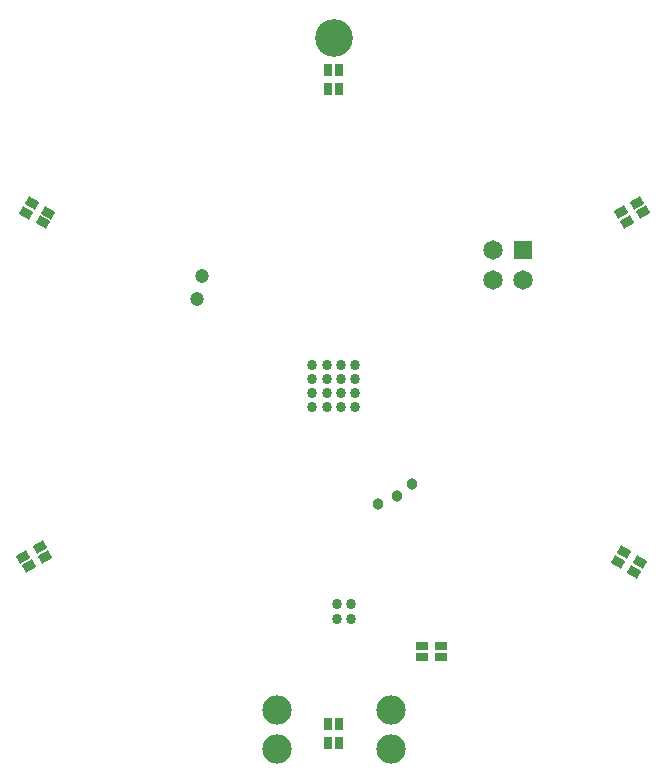
<source format=gbs>
G04*
G04 #@! TF.GenerationSoftware,Altium Limited,CircuitMaker,2.3.0 (2.3.0.3)*
G04*
G04 Layer_Color=8150272*
%FSLAX25Y25*%
%MOIN*%
G70*
G04*
G04 #@! TF.SameCoordinates,DFAF08F0-1B05-4ABB-8EC1-2A918C0C2617*
G04*
G04*
G04 #@! TF.FilePolarity,Negative*
G04*
G01*
G75*
%ADD79C,0.04737*%
%ADD80C,0.09800*%
%ADD81R,0.06496X0.06496*%
%ADD82C,0.06496*%
%ADD83C,0.12611*%
%ADD84C,0.03398*%
%ADD100R,0.03937X0.02953*%
%ADD101R,0.02953X0.03937*%
G04:AMPARAMS|DCode=102|XSize=29.53mil|YSize=39.37mil|CornerRadius=0mil|HoleSize=0mil|Usage=FLASHONLY|Rotation=240.000|XOffset=0mil|YOffset=0mil|HoleType=Round|Shape=Rectangle|*
%AMROTATEDRECTD102*
4,1,4,-0.00967,0.02263,0.02443,0.00294,0.00967,-0.02263,-0.02443,-0.00294,-0.00967,0.02263,0.0*
%
%ADD102ROTATEDRECTD102*%

G04:AMPARAMS|DCode=103|XSize=29.53mil|YSize=39.37mil|CornerRadius=0mil|HoleSize=0mil|Usage=FLASHONLY|Rotation=120.000|XOffset=0mil|YOffset=0mil|HoleType=Round|Shape=Rectangle|*
%AMROTATEDRECTD103*
4,1,4,0.02443,-0.00294,-0.00967,-0.02263,-0.02443,0.00294,0.00967,0.02263,0.02443,-0.00294,0.0*
%
%ADD103ROTATEDRECTD103*%

%ADD104C,0.03800*%
D79*
X83900Y164700D02*
D03*
X82300Y157000D02*
D03*
D80*
X146949Y20081D02*
D03*
X108957Y7089D02*
D03*
X146949D02*
D03*
X108957Y20081D02*
D03*
D81*
X191000Y173300D02*
D03*
D82*
Y163300D02*
D03*
X181000Y173300D02*
D03*
Y163300D02*
D03*
D83*
X127953Y244094D02*
D03*
D84*
X129138Y50438D02*
D03*
Y55162D02*
D03*
X133862D02*
D03*
Y50438D02*
D03*
X130315Y120866D02*
D03*
X135039D02*
D03*
X130315Y125591D02*
D03*
X135039D02*
D03*
X125591Y120866D02*
D03*
Y125591D02*
D03*
X120866Y120866D02*
D03*
Y125591D02*
D03*
X135039Y130315D02*
D03*
X130315D02*
D03*
Y135039D02*
D03*
X135039D02*
D03*
X125591Y130315D02*
D03*
X120866D02*
D03*
Y135039D02*
D03*
X125591D02*
D03*
D100*
X163750Y37730D02*
D03*
Y41470D02*
D03*
X157450D02*
D03*
Y37730D02*
D03*
D101*
X126083Y226924D02*
D03*
X129823D02*
D03*
Y233224D02*
D03*
X126083D02*
D03*
X129823Y15350D02*
D03*
X126083D02*
D03*
Y9050D02*
D03*
X129823D02*
D03*
D102*
X224607Y72494D02*
D03*
X222737Y69255D02*
D03*
X228193Y66106D02*
D03*
X230063Y69345D02*
D03*
X30893Y182506D02*
D03*
X32763Y185745D02*
D03*
X27307Y188894D02*
D03*
X25437Y185655D02*
D03*
D103*
X31763Y71055D02*
D03*
X29893Y74294D02*
D03*
X24437Y71145D02*
D03*
X26307Y67906D02*
D03*
X223737Y185945D02*
D03*
X225607Y182706D02*
D03*
X231063Y185855D02*
D03*
X229193Y189094D02*
D03*
D104*
X142600Y88500D02*
D03*
X149200Y91300D02*
D03*
X154200Y95400D02*
D03*
M02*

</source>
